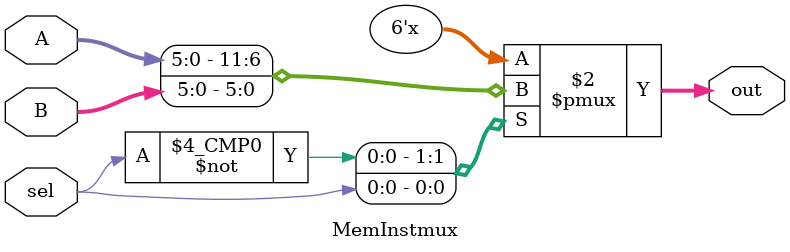
<source format=v>
module MemInstmux (A, B, sel, out);
	input [5:0] A, B;
	input sel;
	output reg [5:0] out;
	
	always @ (*)
	
	case (sel)
		1'b0: out <= A;
		1'b1: out <= B;
		default: out <= 2'bxx;
	endcase

endmodule

</source>
